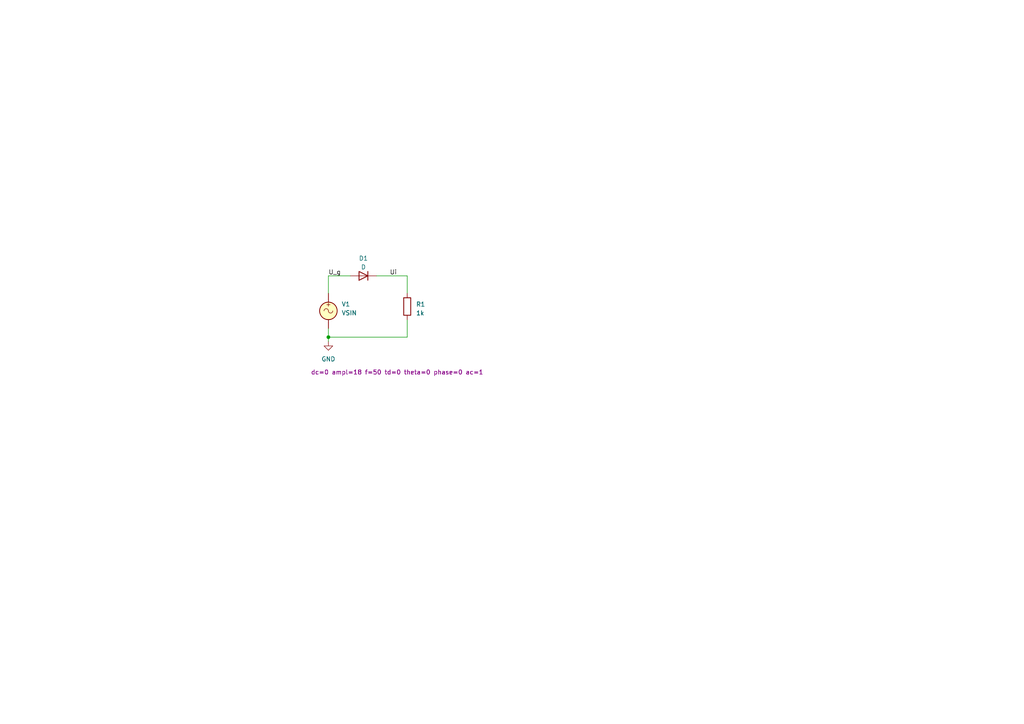
<source format=kicad_sch>
(kicad_sch (version 20230121) (generator eeschema)
  (paper "A4")
  (lib_symbols
    (symbol "Device:D" (pin_numbers hide) (pin_names (offset 1.016) hide)
      (property "Reference" "D" (at 0 2.54 0))
      (property "Value" "D" (at 0 -2.54 0))
      (symbol "D_0_1"
        (polyline (pts (xy -1.27 1.27) (xy -1.27 -1.27)) (stroke (width 0.254)))
        (polyline (pts (xy 1.27 0) (xy -1.27 0)))
        (polyline (pts (xy 1.27 1.27) (xy 1.27 -1.27) (xy -1.27 0) (xy 1.27 1.27)) (stroke (width 0.254)))
      )
      (symbol "D_1_1"
        (pin passive line (at -3.81 0 0) (length 2.54) (name "K") (number "1"))
        (pin passive line (at 3.81 0 180) (length 2.54) (name "A") (number "2"))
      )
    )
    (symbol "Device:R" (pin_numbers hide) (pin_names (offset 0))
      (property "Reference" "R" (at 2.032 0 90))
      (property "Value" "R" (at 0 0 90))
      (symbol "R_0_1"
        (rectangle (start -1.016 -2.54) (end 1.016 2.54) (stroke (width 0.254)))
      )
      (symbol "R_1_1"
        (pin passive line (at 0 3.81 270) (length 1.27) (name "~") (number "1"))
        (pin passive line (at 0 -3.81 90) (length 1.27) (name "~") (number "2"))
      )
    )
    (symbol "Simulation_SPICE:VSIN" (pin_numbers hide) (pin_names (offset 0.0254))
      (property "Reference" "V" (at 2.54 2.54 0))
      (property "Value" "VSIN" (at 2.54 0 0))
      (property "Sim.Params" "dc=0 ampl=1 f=1k ac=1" (at 2.54 -2.54 0))
      (symbol "VSIN_0_0"
        (arc (start 0 0) (mid -0.635 0.6323) (end -1.27 0))
        (arc (start 0 0) (mid 0.635 -0.6323) (end 1.27 0))
        (text "+" (at 0 1.905 0) (effects (font (size 1.27 1.27))))
      )
      (symbol "VSIN_0_1"
        (circle (center 0 0) (radius 2.54) (stroke (width 0.254)) (fill (type background)))
      )
      (symbol "VSIN_1_1"
        (pin passive line (at 0 5.08 270) (length 2.54) (name "~") (number "1"))
        (pin passive line (at 0 -5.08 90) (length 2.54) (name "~") (number "2"))
      )
    )
    (symbol "power:GND" (power) (pin_names (offset 0))
      (property "Value" "GND" (at 0 -3.81 0))
      (symbol "GND_0_1"
        (polyline (pts (xy 0 0) (xy 0 -1.27) (xy 1.27 -1.27) (xy 0 -2.54) (xy -1.27 -1.27) (xy 0 -1.27)))
      )
      (symbol "GND_1_1"
        (pin power_in line (at 0 0 270) (length 0) hide (name "GND") (number "1"))
      )
    )
  )
  (junction (at 95.25 97.79))
  (wire (pts (xy 118.11 97.79) (xy 95.25 97.79)))
  (wire (pts (xy 95.25 80.01) (xy 101.6 80.01)))
  (wire (pts (xy 109.22 80.01) (xy 118.11 80.01)))
  (wire (pts (xy 95.25 85.09) (xy 95.25 80.01)))
  (wire (pts (xy 95.25 97.79) (xy 95.25 95.25)))
  (wire (pts (xy 118.11 92.71) (xy 118.11 97.79)))
  (wire (pts (xy 118.11 80.01) (xy 118.11 85.09)))
  (wire (pts (xy 95.25 97.79) (xy 95.25 99.06)))
  (label "Ui" (at 113.03 80.01 0))
  (label "U_g" (at 95.25 80.01 0))
  (symbol (lib_id "power:GND") (at 95.25 99.06 0) (unit 1)
    (property "Reference" "#PWR01" (effects hide))
    (property "Value" "GND" (at 95.25 104.14 0))
  )
  (symbol (lib_id "Device:D") (at 105.41 80.01 180) (unit 1)
    (property "Reference" "D1" (at 105.41 74.93 0))
    (property "Value" "D" (at 105.41 77.47 0))
    (property "Sim.Device" "D" (effects hide))
    (property "Sim.Pins" "1=K 2=A" (effects hide))
  )
  (symbol (lib_id "Simulation_SPICE:VSIN") (at 95.25 90.17 0) (unit 1)
    (property "Reference" "V1" (at 99.06 88.2292 0) (effects (justify left)))
    (property "Value" "VSIN" (at 99.06 90.7692 0) (effects (justify left)))
    (property "Sim.Pins" "1=+ 2=-" (effects hide))
    (property "Sim.Params" "dc=0 ampl=18 f=50 td=0 theta=0 phase=0 ac=1" (at 90.17 107.95 0) (effects (justify left)))
    (property "Sim.Type" "SIN" (effects hide))
    (property "Sim.Device" "V" (effects hide))
  )
  (symbol (lib_id "Device:R") (at 118.11 88.9 0) (unit 1)
    (property "Reference" "R1" (at 120.65 88.265 0) (effects (justify left)))
    (property "Value" "1k" (at 120.65 90.805 0) (effects (justify left)))
    (property "Sim.Device" "R" (effects hide))
    (property "Sim.Pins" "1=+ 2=-" (effects hide))
  )
)
</source>
